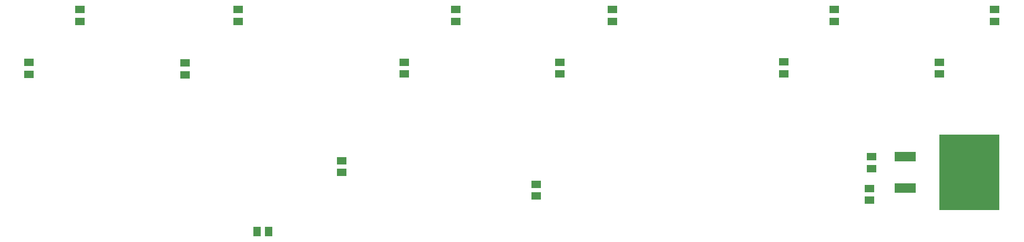
<source format=gbr>
%TF.GenerationSoftware,KiCad,Pcbnew,7.0.5-0*%
%TF.CreationDate,2023-07-07T16:59:40-04:00*%
%TF.ProjectId,nixie,6e697869-652e-46b6-9963-61645f706362,rev?*%
%TF.SameCoordinates,Original*%
%TF.FileFunction,Paste,Bot*%
%TF.FilePolarity,Positive*%
%FSLAX46Y46*%
G04 Gerber Fmt 4.6, Leading zero omitted, Abs format (unit mm)*
G04 Created by KiCad (PCBNEW 7.0.5-0) date 2023-07-07 16:59:40*
%MOMM*%
%LPD*%
G01*
G04 APERTURE LIST*
%ADD10R,1.300000X1.500000*%
%ADD11R,1.500000X1.300000*%
%ADD12R,3.500000X1.600000*%
%ADD13R,9.750000X12.200000*%
G04 APERTURE END LIST*
D10*
%TO.C,C6*%
X122450000Y-133000000D03*
X120550000Y-133000000D03*
%TD*%
D11*
%TO.C,C7*%
X165500000Y-125350000D03*
X165500000Y-127250000D03*
%TD*%
%TO.C,C1*%
X83842600Y-107567000D03*
X83842600Y-105667000D03*
%TD*%
%TO.C,C4*%
X169300000Y-107517000D03*
X169300000Y-105617000D03*
%TD*%
%TO.C,C9*%
X230434000Y-107517000D03*
X230434000Y-105617000D03*
%TD*%
D12*
%TO.C,IC9*%
X225000000Y-126000000D03*
D13*
X235276000Y-123460000D03*
D12*
X225000000Y-120920000D03*
%TD*%
D11*
%TO.C,C2*%
X108934000Y-107667000D03*
X108934000Y-105767000D03*
%TD*%
%TO.C,R3*%
X152534000Y-97100000D03*
X152534000Y-99000000D03*
%TD*%
%TO.C,C3*%
X144300000Y-107517000D03*
X144300000Y-105617000D03*
%TD*%
%TO.C,C5*%
X134200000Y-123450000D03*
X134200000Y-121550000D03*
%TD*%
%TO.C,R8*%
X239334000Y-97100000D03*
X239334000Y-99000000D03*
%TD*%
%TO.C,R2*%
X117534000Y-97100000D03*
X117534000Y-99000000D03*
%TD*%
%TO.C,C10*%
X219238000Y-126010000D03*
X219238000Y-127910000D03*
%TD*%
%TO.C,R4*%
X177834000Y-97100000D03*
X177834000Y-99000000D03*
%TD*%
%TO.C,R7*%
X213534000Y-97100000D03*
X213534000Y-99000000D03*
%TD*%
%TO.C,R1*%
X92000000Y-97100000D03*
X92000000Y-99000000D03*
%TD*%
%TO.C,C11*%
X219538000Y-120910000D03*
X219538000Y-122810000D03*
%TD*%
%TO.C,C8*%
X205434000Y-107467000D03*
X205434000Y-105567000D03*
%TD*%
M02*

</source>
